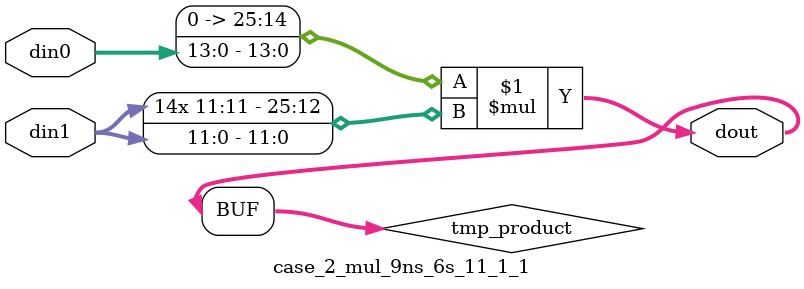
<source format=v>

`timescale 1 ns / 1 ps

 (* use_dsp = "no" *)  module case_2_mul_9ns_6s_11_1_1(din0, din1, dout);
parameter ID = 1;
parameter NUM_STAGE = 0;
parameter din0_WIDTH = 14;
parameter din1_WIDTH = 12;
parameter dout_WIDTH = 26;

input [din0_WIDTH - 1 : 0] din0; 
input [din1_WIDTH - 1 : 0] din1; 
output [dout_WIDTH - 1 : 0] dout;

wire signed [dout_WIDTH - 1 : 0] tmp_product;

























assign tmp_product = $signed({1'b0, din0}) * $signed(din1);










assign dout = tmp_product;





















endmodule

</source>
